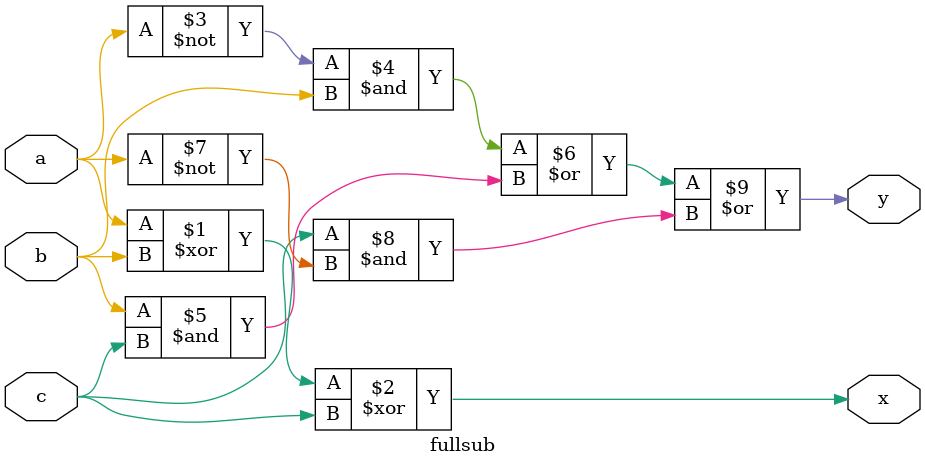
<source format=v>
module fullsub(x,y,a,b,c);
	output x,y;
	input a,b,c;
    assign x=a^b^c;
    assign y=~a&b|b&c|c&~a;
endmodule


</source>
